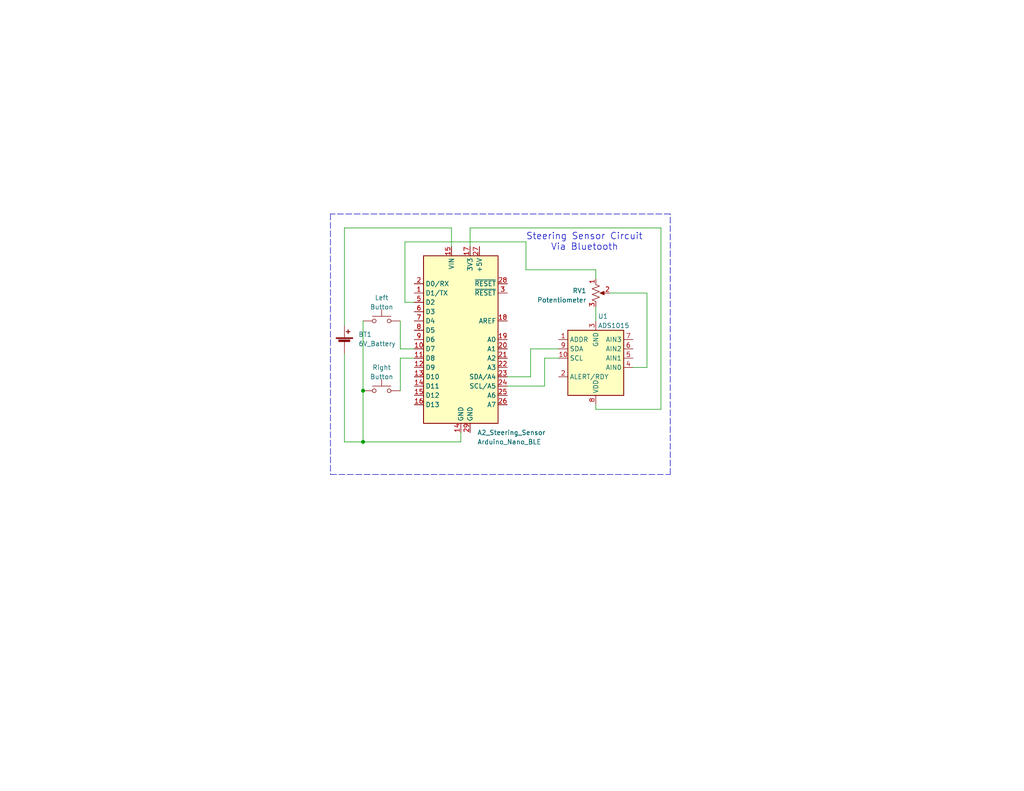
<source format=kicad_sch>
(kicad_sch (version 20230121) (generator eeschema)

  (uuid ad70d9c8-e052-475d-87b0-b315bbcc2009)

  (paper "A")

  (lib_symbols
    (symbol "Analog_ADC:ADS1015IDGS" (in_bom yes) (on_board yes)
      (property "Reference" "U" (at 2.54 13.97 0)
        (effects (font (size 1.27 1.27)))
      )
      (property "Value" "ADS1015IDGS" (at 7.62 11.43 0)
        (effects (font (size 1.27 1.27)))
      )
      (property "Footprint" "Package_SO:TSSOP-10_3x3mm_P0.5mm" (at 0 -12.7 0)
        (effects (font (size 1.27 1.27)) hide)
      )
      (property "Datasheet" "http://www.ti.com/lit/ds/symlink/ads1015.pdf" (at -1.27 -22.86 0)
        (effects (font (size 1.27 1.27)) hide)
      )
      (property "ki_keywords" "12 bit 4 channel I2C ADC" (at 0 0 0)
        (effects (font (size 1.27 1.27)) hide)
      )
      (property "ki_description" "Ultra-Small, Low-Power, I2C-Compatible, 3.3-kSPS, 12-Bit ADCs With Internal Reference, Oscillator, and Programmable Comparator, VSSOP-10" (at 0 0 0)
        (effects (font (size 1.27 1.27)) hide)
      )
      (property "ki_fp_filters" "TSSOP*3x3mm*P0.5mm*" (at 0 0 0)
        (effects (font (size 1.27 1.27)) hide)
      )
      (symbol "ADS1015IDGS_0_1"
        (rectangle (start -7.62 10.16) (end 7.62 -7.62)
          (stroke (width 0.254) (type default))
          (fill (type background))
        )
      )
      (symbol "ADS1015IDGS_1_1"
        (pin input line (at 10.16 -5.08 180) (length 2.54)
          (name "ADDR" (effects (font (size 1.27 1.27))))
          (number "1" (effects (font (size 1.27 1.27))))
        )
        (pin input line (at 10.16 0 180) (length 2.54)
          (name "SCL" (effects (font (size 1.27 1.27))))
          (number "10" (effects (font (size 1.27 1.27))))
        )
        (pin output line (at 10.16 5.08 180) (length 2.54)
          (name "ALERT/RDY" (effects (font (size 1.27 1.27))))
          (number "2" (effects (font (size 1.27 1.27))))
        )
        (pin power_in line (at 0 -10.16 90) (length 2.54)
          (name "GND" (effects (font (size 1.27 1.27))))
          (number "3" (effects (font (size 1.27 1.27))))
        )
        (pin input line (at -10.16 2.54 0) (length 2.54)
          (name "AIN0" (effects (font (size 1.27 1.27))))
          (number "4" (effects (font (size 1.27 1.27))))
        )
        (pin input line (at -10.16 0 0) (length 2.54)
          (name "AIN1" (effects (font (size 1.27 1.27))))
          (number "5" (effects (font (size 1.27 1.27))))
        )
        (pin input line (at -10.16 -2.54 0) (length 2.54)
          (name "AIN2" (effects (font (size 1.27 1.27))))
          (number "6" (effects (font (size 1.27 1.27))))
        )
        (pin input line (at -10.16 -5.08 0) (length 2.54)
          (name "AIN3" (effects (font (size 1.27 1.27))))
          (number "7" (effects (font (size 1.27 1.27))))
        )
        (pin power_in line (at 0 12.7 270) (length 2.54)
          (name "VDD" (effects (font (size 1.27 1.27))))
          (number "8" (effects (font (size 1.27 1.27))))
        )
        (pin bidirectional line (at 10.16 -2.54 180) (length 2.54)
          (name "SDA" (effects (font (size 1.27 1.27))))
          (number "9" (effects (font (size 1.27 1.27))))
        )
      )
    )
    (symbol "Arduino_Nano_v3.x_1" (in_bom yes) (on_board yes)
      (property "Reference" "A2_Steering_Sensor" (at 4.5594 -25.4 0)
        (effects (font (size 1.27 1.27)) (justify left))
      )
      (property "Value" "Arduino_Nano_BLE" (at 4.5594 -27.94 0)
        (effects (font (size 1.27 1.27)) (justify left))
      )
      (property "Footprint" "Module:Arduino_Nano" (at 0 0 0)
        (effects (font (size 1.27 1.27) italic) hide)
      )
      (property "Datasheet" "http://www.mouser.com/pdfdocs/Gravitech_Arduino_Nano3_0.pdf" (at 0 0 0)
        (effects (font (size 1.27 1.27)) hide)
      )
      (property "ki_keywords" "Arduino nano microcontroller module USB" (at 0 0 0)
        (effects (font (size 1.27 1.27)) hide)
      )
      (property "ki_description" "Arduino Nano v3.x" (at 0 0 0)
        (effects (font (size 1.27 1.27)) hide)
      )
      (property "ki_fp_filters" "Arduino*Nano*" (at 0 0 0)
        (effects (font (size 1.27 1.27)) hide)
      )
      (symbol "Arduino_Nano_v3.x_1_0_1"
        (rectangle (start -10.16 22.86) (end 10.16 -22.86)
          (stroke (width 0.254) (type default))
          (fill (type background))
        )
      )
      (symbol "Arduino_Nano_v3.x_1_1_1"
        (pin bidirectional line (at -12.7 12.7 0) (length 2.54)
          (name "D1/TX" (effects (font (size 1.27 1.27))))
          (number "1" (effects (font (size 1.27 1.27))))
        )
        (pin bidirectional line (at -12.7 -2.54 0) (length 2.54)
          (name "D7" (effects (font (size 1.27 1.27))))
          (number "10" (effects (font (size 1.27 1.27))))
        )
        (pin bidirectional line (at -12.7 -5.08 0) (length 2.54)
          (name "D8" (effects (font (size 1.27 1.27))))
          (number "11" (effects (font (size 1.27 1.27))))
        )
        (pin bidirectional line (at -12.7 -7.62 0) (length 2.54)
          (name "D9" (effects (font (size 1.27 1.27))))
          (number "12" (effects (font (size 1.27 1.27))))
        )
        (pin bidirectional line (at -12.7 -10.16 0) (length 2.54)
          (name "D10" (effects (font (size 1.27 1.27))))
          (number "13" (effects (font (size 1.27 1.27))))
        )
        (pin bidirectional line (at -12.7 -12.7 0) (length 2.54)
          (name "D11" (effects (font (size 1.27 1.27))))
          (number "14" (effects (font (size 1.27 1.27))))
        )
        (pin power_in line (at 0 -25.4 90) (length 2.54)
          (name "GND" (effects (font (size 1.27 1.27))))
          (number "14" (effects (font (size 1.27 1.27))))
        )
        (pin bidirectional line (at -12.7 -15.24 0) (length 2.54)
          (name "D12" (effects (font (size 1.27 1.27))))
          (number "15" (effects (font (size 1.27 1.27))))
        )
        (pin power_in line (at -2.54 25.4 270) (length 2.54)
          (name "VIN" (effects (font (size 1.27 1.27))))
          (number "15" (effects (font (size 1.27 1.27))))
        )
        (pin bidirectional line (at -12.7 -17.78 0) (length 2.54)
          (name "D13" (effects (font (size 1.27 1.27))))
          (number "16" (effects (font (size 1.27 1.27))))
        )
        (pin power_out line (at 2.54 25.4 270) (length 2.54)
          (name "3V3" (effects (font (size 1.27 1.27))))
          (number "17" (effects (font (size 1.27 1.27))))
        )
        (pin input line (at 12.7 5.08 180) (length 2.54)
          (name "AREF" (effects (font (size 1.27 1.27))))
          (number "18" (effects (font (size 1.27 1.27))))
        )
        (pin bidirectional line (at 12.7 0 180) (length 2.54)
          (name "A0" (effects (font (size 1.27 1.27))))
          (number "19" (effects (font (size 1.27 1.27))))
        )
        (pin bidirectional line (at -12.7 15.24 0) (length 2.54)
          (name "D0/RX" (effects (font (size 1.27 1.27))))
          (number "2" (effects (font (size 1.27 1.27))))
        )
        (pin bidirectional line (at 12.7 -2.54 180) (length 2.54)
          (name "A1" (effects (font (size 1.27 1.27))))
          (number "20" (effects (font (size 1.27 1.27))))
        )
        (pin bidirectional line (at 12.7 -5.08 180) (length 2.54)
          (name "A2" (effects (font (size 1.27 1.27))))
          (number "21" (effects (font (size 1.27 1.27))))
        )
        (pin bidirectional line (at 12.7 -7.62 180) (length 2.54)
          (name "A3" (effects (font (size 1.27 1.27))))
          (number "22" (effects (font (size 1.27 1.27))))
        )
        (pin bidirectional line (at 12.7 -10.16 180) (length 2.54)
          (name "SDA/A4" (effects (font (size 1.27 1.27))))
          (number "23" (effects (font (size 1.27 1.27))))
        )
        (pin bidirectional line (at 12.7 -12.7 180) (length 2.54)
          (name "SCL/A5" (effects (font (size 1.27 1.27))))
          (number "24" (effects (font (size 1.27 1.27))))
        )
        (pin bidirectional line (at 12.7 -15.24 180) (length 2.54)
          (name "A6" (effects (font (size 1.27 1.27))))
          (number "25" (effects (font (size 1.27 1.27))))
        )
        (pin bidirectional line (at 12.7 -17.78 180) (length 2.54)
          (name "A7" (effects (font (size 1.27 1.27))))
          (number "26" (effects (font (size 1.27 1.27))))
        )
        (pin power_out line (at 5.08 25.4 270) (length 2.54)
          (name "+5V" (effects (font (size 1.27 1.27))))
          (number "27" (effects (font (size 1.27 1.27))))
        )
        (pin input line (at 12.7 15.24 180) (length 2.54)
          (name "~{RESET}" (effects (font (size 1.27 1.27))))
          (number "28" (effects (font (size 1.27 1.27))))
        )
        (pin power_in line (at 2.54 -25.4 90) (length 2.54)
          (name "GND" (effects (font (size 1.27 1.27))))
          (number "29" (effects (font (size 1.27 1.27))))
        )
        (pin input line (at 12.7 12.7 180) (length 2.54)
          (name "~{RESET}" (effects (font (size 1.27 1.27))))
          (number "3" (effects (font (size 1.27 1.27))))
        )
        (pin bidirectional line (at -12.7 10.16 0) (length 2.54)
          (name "D2" (effects (font (size 1.27 1.27))))
          (number "5" (effects (font (size 1.27 1.27))))
        )
        (pin bidirectional line (at -12.7 7.62 0) (length 2.54)
          (name "D3" (effects (font (size 1.27 1.27))))
          (number "6" (effects (font (size 1.27 1.27))))
        )
        (pin bidirectional line (at -12.7 5.08 0) (length 2.54)
          (name "D4" (effects (font (size 1.27 1.27))))
          (number "7" (effects (font (size 1.27 1.27))))
        )
        (pin bidirectional line (at -12.7 2.54 0) (length 2.54)
          (name "D5" (effects (font (size 1.27 1.27))))
          (number "8" (effects (font (size 1.27 1.27))))
        )
        (pin bidirectional line (at -12.7 0 0) (length 2.54)
          (name "D6" (effects (font (size 1.27 1.27))))
          (number "9" (effects (font (size 1.27 1.27))))
        )
      )
    )
    (symbol "Device:Battery_Cell" (pin_numbers hide) (pin_names (offset 0) hide) (in_bom yes) (on_board yes)
      (property "Reference" "BT" (at 2.54 2.54 0)
        (effects (font (size 1.27 1.27)) (justify left))
      )
      (property "Value" "Battery_Cell" (at 2.54 0 0)
        (effects (font (size 1.27 1.27)) (justify left))
      )
      (property "Footprint" "" (at 0 1.524 90)
        (effects (font (size 1.27 1.27)) hide)
      )
      (property "Datasheet" "~" (at 0 1.524 90)
        (effects (font (size 1.27 1.27)) hide)
      )
      (property "ki_keywords" "battery cell" (at 0 0 0)
        (effects (font (size 1.27 1.27)) hide)
      )
      (property "ki_description" "Single-cell battery" (at 0 0 0)
        (effects (font (size 1.27 1.27)) hide)
      )
      (symbol "Battery_Cell_0_1"
        (rectangle (start -2.286 1.778) (end 2.286 1.524)
          (stroke (width 0) (type default))
          (fill (type outline))
        )
        (rectangle (start -1.5748 1.1938) (end 1.4732 0.6858)
          (stroke (width 0) (type default))
          (fill (type outline))
        )
        (polyline
          (pts
            (xy 0 0.762)
            (xy 0 0)
          )
          (stroke (width 0) (type default))
          (fill (type none))
        )
        (polyline
          (pts
            (xy 0 1.778)
            (xy 0 2.54)
          )
          (stroke (width 0) (type default))
          (fill (type none))
        )
        (polyline
          (pts
            (xy 0.508 3.429)
            (xy 1.524 3.429)
          )
          (stroke (width 0.254) (type default))
          (fill (type none))
        )
        (polyline
          (pts
            (xy 1.016 3.937)
            (xy 1.016 2.921)
          )
          (stroke (width 0.254) (type default))
          (fill (type none))
        )
      )
      (symbol "Battery_Cell_1_1"
        (pin passive line (at 0 5.08 270) (length 2.54)
          (name "+" (effects (font (size 1.27 1.27))))
          (number "1" (effects (font (size 1.27 1.27))))
        )
        (pin passive line (at 0 -2.54 90) (length 2.54)
          (name "-" (effects (font (size 1.27 1.27))))
          (number "2" (effects (font (size 1.27 1.27))))
        )
      )
    )
    (symbol "Device:R_Potentiometer_US" (pin_names (offset 1.016) hide) (in_bom yes) (on_board yes)
      (property "Reference" "RV" (at -4.445 0 90)
        (effects (font (size 1.27 1.27)))
      )
      (property "Value" "R_Potentiometer_US" (at -2.54 0 90)
        (effects (font (size 1.27 1.27)))
      )
      (property "Footprint" "" (at 0 0 0)
        (effects (font (size 1.27 1.27)) hide)
      )
      (property "Datasheet" "~" (at 0 0 0)
        (effects (font (size 1.27 1.27)) hide)
      )
      (property "ki_keywords" "resistor variable" (at 0 0 0)
        (effects (font (size 1.27 1.27)) hide)
      )
      (property "ki_description" "Potentiometer, US symbol" (at 0 0 0)
        (effects (font (size 1.27 1.27)) hide)
      )
      (property "ki_fp_filters" "Potentiometer*" (at 0 0 0)
        (effects (font (size 1.27 1.27)) hide)
      )
      (symbol "R_Potentiometer_US_0_1"
        (polyline
          (pts
            (xy 0 -2.286)
            (xy 0 -2.54)
          )
          (stroke (width 0) (type default))
          (fill (type none))
        )
        (polyline
          (pts
            (xy 0 2.54)
            (xy 0 2.286)
          )
          (stroke (width 0) (type default))
          (fill (type none))
        )
        (polyline
          (pts
            (xy 2.54 0)
            (xy 1.524 0)
          )
          (stroke (width 0) (type default))
          (fill (type none))
        )
        (polyline
          (pts
            (xy 1.143 0)
            (xy 2.286 0.508)
            (xy 2.286 -0.508)
            (xy 1.143 0)
          )
          (stroke (width 0) (type default))
          (fill (type outline))
        )
        (polyline
          (pts
            (xy 0 -0.762)
            (xy 1.016 -1.143)
            (xy 0 -1.524)
            (xy -1.016 -1.905)
            (xy 0 -2.286)
          )
          (stroke (width 0) (type default))
          (fill (type none))
        )
        (polyline
          (pts
            (xy 0 0.762)
            (xy 1.016 0.381)
            (xy 0 0)
            (xy -1.016 -0.381)
            (xy 0 -0.762)
          )
          (stroke (width 0) (type default))
          (fill (type none))
        )
        (polyline
          (pts
            (xy 0 2.286)
            (xy 1.016 1.905)
            (xy 0 1.524)
            (xy -1.016 1.143)
            (xy 0 0.762)
          )
          (stroke (width 0) (type default))
          (fill (type none))
        )
      )
      (symbol "R_Potentiometer_US_1_1"
        (pin passive line (at 0 3.81 270) (length 1.27)
          (name "1" (effects (font (size 1.27 1.27))))
          (number "1" (effects (font (size 1.27 1.27))))
        )
        (pin passive line (at 3.81 0 180) (length 1.27)
          (name "2" (effects (font (size 1.27 1.27))))
          (number "2" (effects (font (size 1.27 1.27))))
        )
        (pin passive line (at 0 -3.81 90) (length 1.27)
          (name "3" (effects (font (size 1.27 1.27))))
          (number "3" (effects (font (size 1.27 1.27))))
        )
      )
    )
    (symbol "Switch:SW_Push" (pin_numbers hide) (pin_names (offset 1.016) hide) (in_bom yes) (on_board yes)
      (property "Reference" "SW" (at 1.27 2.54 0)
        (effects (font (size 1.27 1.27)) (justify left))
      )
      (property "Value" "SW_Push" (at 0 -1.524 0)
        (effects (font (size 1.27 1.27)))
      )
      (property "Footprint" "" (at 0 5.08 0)
        (effects (font (size 1.27 1.27)) hide)
      )
      (property "Datasheet" "~" (at 0 5.08 0)
        (effects (font (size 1.27 1.27)) hide)
      )
      (property "ki_keywords" "switch normally-open pushbutton push-button" (at 0 0 0)
        (effects (font (size 1.27 1.27)) hide)
      )
      (property "ki_description" "Push button switch, generic, two pins" (at 0 0 0)
        (effects (font (size 1.27 1.27)) hide)
      )
      (symbol "SW_Push_0_1"
        (circle (center -2.032 0) (radius 0.508)
          (stroke (width 0) (type default))
          (fill (type none))
        )
        (polyline
          (pts
            (xy 0 1.27)
            (xy 0 3.048)
          )
          (stroke (width 0) (type default))
          (fill (type none))
        )
        (polyline
          (pts
            (xy 2.54 1.27)
            (xy -2.54 1.27)
          )
          (stroke (width 0) (type default))
          (fill (type none))
        )
        (circle (center 2.032 0) (radius 0.508)
          (stroke (width 0) (type default))
          (fill (type none))
        )
        (pin passive line (at -5.08 0 0) (length 2.54)
          (name "1" (effects (font (size 1.27 1.27))))
          (number "1" (effects (font (size 1.27 1.27))))
        )
        (pin passive line (at 5.08 0 180) (length 2.54)
          (name "2" (effects (font (size 1.27 1.27))))
          (number "2" (effects (font (size 1.27 1.27))))
        )
      )
    )
  )

  (junction (at 99.06 106.68) (diameter 0) (color 0 0 0 0)
    (uuid 54351acc-7cca-457e-9385-20842588e8e7)
  )
  (junction (at 99.06 120.65) (diameter 0) (color 0 0 0 0)
    (uuid 74e15403-27e8-4656-b045-9417642cc950)
  )

  (wire (pts (xy 162.56 111.76) (xy 180.34 111.76))
    (stroke (width 0) (type default))
    (uuid 10982e84-55fe-4492-a112-0847f9734ad0)
  )
  (wire (pts (xy 128.27 62.23) (xy 128.27 67.31))
    (stroke (width 0) (type default))
    (uuid 15aaa809-fdd1-4645-8e89-8ba4ee5ba355)
  )
  (wire (pts (xy 138.43 102.87) (xy 144.78 102.87))
    (stroke (width 0) (type default))
    (uuid 187ac683-06df-4c21-88eb-2db38762376f)
  )
  (polyline (pts (xy 90.17 129.54) (xy 182.88 129.54))
    (stroke (width 0) (type dash))
    (uuid 1cda218f-2517-4a49-a534-a7398adf52a2)
  )

  (wire (pts (xy 109.22 95.25) (xy 113.03 95.25))
    (stroke (width 0) (type default))
    (uuid 35fc4e27-715b-435e-a33b-38729c0bd6c0)
  )
  (wire (pts (xy 143.51 73.66) (xy 162.56 73.66))
    (stroke (width 0) (type default))
    (uuid 463bee28-2e05-4411-b548-9bc5facab4a0)
  )
  (wire (pts (xy 180.34 111.76) (xy 180.34 62.23))
    (stroke (width 0) (type default))
    (uuid 47c19779-f427-4d11-a650-0e6ed11b7a74)
  )
  (wire (pts (xy 109.22 106.68) (xy 109.22 97.79))
    (stroke (width 0) (type default))
    (uuid 506a1f08-b962-4d1a-b6ec-a863c749acaa)
  )
  (wire (pts (xy 93.98 120.65) (xy 93.98 96.52))
    (stroke (width 0) (type default))
    (uuid 5df4a506-ce26-4195-ba03-d41a269ac571)
  )
  (wire (pts (xy 125.73 120.65) (xy 125.73 118.11))
    (stroke (width 0) (type default))
    (uuid 62f1c155-ab0c-4929-aaf1-b46d803e26d7)
  )
  (wire (pts (xy 99.06 106.68) (xy 99.06 120.65))
    (stroke (width 0) (type default))
    (uuid 633c942e-8e13-4d2d-abef-c52ac8f89482)
  )
  (wire (pts (xy 143.51 66.04) (xy 110.49 66.04))
    (stroke (width 0) (type default))
    (uuid 6b6f8eac-ff66-4043-893b-06a1464c6b1b)
  )
  (wire (pts (xy 93.98 62.23) (xy 93.98 88.9))
    (stroke (width 0) (type default))
    (uuid 6b8ef1ea-237a-4c9e-a6fd-c3630524e3b8)
  )
  (wire (pts (xy 99.06 87.63) (xy 99.06 106.68))
    (stroke (width 0) (type default))
    (uuid 6fa8aef2-b037-4ed8-8b01-8d5bcdfad2ed)
  )
  (wire (pts (xy 109.22 97.79) (xy 113.03 97.79))
    (stroke (width 0) (type default))
    (uuid 750c50ba-f87d-495d-a60e-30d8ee7a793e)
  )
  (wire (pts (xy 148.59 105.41) (xy 148.59 97.79))
    (stroke (width 0) (type default))
    (uuid 78a4342e-607c-4bdd-bb12-d2b3eda9acb7)
  )
  (wire (pts (xy 166.37 80.01) (xy 176.53 80.01))
    (stroke (width 0) (type default))
    (uuid 8851a703-6341-4642-9492-247ca8fa456a)
  )
  (wire (pts (xy 172.72 100.33) (xy 176.53 100.33))
    (stroke (width 0) (type default))
    (uuid 8caab877-aa89-4e58-bbde-9de82bfde99f)
  )
  (wire (pts (xy 99.06 120.65) (xy 125.73 120.65))
    (stroke (width 0) (type default))
    (uuid 95af39d9-98a4-4862-970f-01387ef9a975)
  )
  (wire (pts (xy 138.43 105.41) (xy 148.59 105.41))
    (stroke (width 0) (type default))
    (uuid 9ae65fd5-4ddd-4c89-b6f9-5f18414e0fa1)
  )
  (polyline (pts (xy 90.17 58.42) (xy 90.17 129.54))
    (stroke (width 0) (type dash))
    (uuid 9df5165e-8f14-44a7-a0f9-8ded27ece44d)
  )

  (wire (pts (xy 162.56 111.76) (xy 162.56 110.49))
    (stroke (width 0) (type default))
    (uuid aedf8a13-be87-4ea7-b67b-60a626dc9cd4)
  )
  (wire (pts (xy 144.78 95.25) (xy 152.4 95.25))
    (stroke (width 0) (type default))
    (uuid b14c0f5b-fb98-4b93-aa05-51dff6d81528)
  )
  (polyline (pts (xy 182.88 129.54) (xy 182.88 58.42))
    (stroke (width 0) (type dash))
    (uuid b1c099ca-5fe9-47d1-8efb-7e7a3c4f72ea)
  )
  (polyline (pts (xy 182.88 58.42) (xy 90.17 58.42))
    (stroke (width 0) (type dash))
    (uuid b535b614-cb50-489b-85e6-c33a41570243)
  )

  (wire (pts (xy 123.19 67.31) (xy 123.19 62.23))
    (stroke (width 0) (type default))
    (uuid b853aa56-0d7b-41db-b527-a2b54d8734dd)
  )
  (wire (pts (xy 144.78 102.87) (xy 144.78 95.25))
    (stroke (width 0) (type default))
    (uuid ba30c630-4b75-4c65-b41d-2f368b44f749)
  )
  (wire (pts (xy 93.98 62.23) (xy 123.19 62.23))
    (stroke (width 0) (type default))
    (uuid c1d67282-c49d-4cea-b272-4e72b6eb107c)
  )
  (wire (pts (xy 180.34 62.23) (xy 128.27 62.23))
    (stroke (width 0) (type default))
    (uuid c6c7d911-2824-47e5-95c6-b0f84f751ff2)
  )
  (wire (pts (xy 93.98 120.65) (xy 99.06 120.65))
    (stroke (width 0) (type default))
    (uuid cb3effa7-4bb9-441c-a0fc-f1e2bd3b51a6)
  )
  (wire (pts (xy 143.51 73.66) (xy 143.51 66.04))
    (stroke (width 0) (type default))
    (uuid ceb9b643-8e4e-4e55-8a4c-1a8150505bc8)
  )
  (wire (pts (xy 109.22 87.63) (xy 109.22 95.25))
    (stroke (width 0) (type default))
    (uuid dedd151d-e4ec-4062-8bcc-d769df7a13cb)
  )
  (wire (pts (xy 110.49 66.04) (xy 110.49 82.55))
    (stroke (width 0) (type default))
    (uuid e6681c0b-3efe-49c5-89db-f0867a686597)
  )
  (wire (pts (xy 162.56 73.66) (xy 162.56 76.2))
    (stroke (width 0) (type default))
    (uuid f3339408-4c8c-4ad0-ad79-5a7ca705f652)
  )
  (wire (pts (xy 110.49 82.55) (xy 113.03 82.55))
    (stroke (width 0) (type default))
    (uuid f9951157-0613-41d9-b626-d51935836f7a)
  )
  (wire (pts (xy 162.56 83.82) (xy 162.56 87.63))
    (stroke (width 0) (type default))
    (uuid fa620808-1bed-47d0-b46a-51cb972b87e5)
  )
  (wire (pts (xy 176.53 80.01) (xy 176.53 100.33))
    (stroke (width 0) (type default))
    (uuid fd5d9e5d-ca31-4a54-a719-6061b0854102)
  )
  (wire (pts (xy 148.59 97.79) (xy 152.4 97.79))
    (stroke (width 0) (type default))
    (uuid fe9f0e4a-650f-444c-ae5f-c784134b9df7)
  )

  (text "Steering Sensor Circuit\n	Via Bluetooth	\n" (at 143.51 68.58 0)
    (effects (font (size 1.8 1.8)) (justify left bottom))
    (uuid 8113ac6d-acb4-4a1e-9bac-1f02e2bdda59)
  )

  (symbol (lib_id "Switch:SW_Push") (at 104.14 87.63 0) (unit 1)
    (in_bom yes) (on_board yes) (dnp no) (fields_autoplaced)
    (uuid 4c5db7cb-5a9d-41ec-b7d8-ba4ba0800f5b)
    (property "Reference" "Left" (at 104.14 81.28 0)
      (effects (font (size 1.27 1.27)))
    )
    (property "Value" "Button" (at 104.14 83.82 0)
      (effects (font (size 1.27 1.27)))
    )
    (property "Footprint" "" (at 104.14 82.55 0)
      (effects (font (size 1.27 1.27)) hide)
    )
    (property "Datasheet" "~" (at 104.14 82.55 0)
      (effects (font (size 1.27 1.27)) hide)
    )
    (pin "1" (uuid 1afa75d6-aae0-4725-b95b-ffcc11790234))
    (pin "2" (uuid 1dcb630d-0421-4903-a83e-17999347a96d))
    (instances
      (project "Team_4_-_Final_DWG_Steering"
        (path "/ad70d9c8-e052-475d-87b0-b315bbcc2009"
          (reference "Left") (unit 1)
        )
      )
    )
  )

  (symbol (lib_name "Arduino_Nano_v3.x_1") (lib_id "MCU_Module:Arduino_Nano_v3.x") (at 125.73 92.71 0) (unit 1)
    (in_bom yes) (on_board yes) (dnp no) (fields_autoplaced)
    (uuid 5fc2c32e-9027-48cf-8b3c-2e61653a42d9)
    (property "Reference" "A2_Steering_Sensor" (at 130.2259 118.11 0)
      (effects (font (size 1.27 1.27)) (justify left))
    )
    (property "Value" "Arduino_Nano_BLE" (at 130.2259 120.65 0)
      (effects (font (size 1.27 1.27)) (justify left))
    )
    (property "Footprint" "Module:Arduino_Nano" (at 125.73 92.71 0)
      (effects (font (size 1.27 1.27) italic) hide)
    )
    (property "Datasheet" "http://www.mouser.com/pdfdocs/Gravitech_Arduino_Nano3_0.pdf" (at 125.73 92.71 0)
      (effects (font (size 1.27 1.27)) hide)
    )
    (pin "1" (uuid 1b34452e-843f-4914-9194-4efdaabf551a))
    (pin "10" (uuid ad5c902d-867e-4930-81d6-8048a5028418))
    (pin "11" (uuid 01fb81a0-50e5-4da8-9837-6b498ffb863c))
    (pin "12" (uuid 0646d847-bb00-4c2b-b564-92f2b0a4c19a))
    (pin "13" (uuid 7d7a92c2-8e3f-488f-a4d3-2e1143e5d139))
    (pin "14" (uuid f1f876b7-a883-49f1-b032-9bb0bd6c8eed))
    (pin "14" (uuid f1f876b7-a883-49f1-b032-9bb0bd6c8eed))
    (pin "15" (uuid a8bcaec8-12fd-4cc8-b9e6-bac295661475))
    (pin "15" (uuid a8bcaec8-12fd-4cc8-b9e6-bac295661475))
    (pin "16" (uuid 318cceb1-ed5e-4b8b-91a1-5123fbcf69ec))
    (pin "17" (uuid 6404f797-b8f1-47cb-ae50-444b7abfea88))
    (pin "18" (uuid 4cf5df38-06d6-49d8-9cec-64dda205dc0d))
    (pin "19" (uuid 8ef3ddb8-365a-40d2-8245-edbe4834d631))
    (pin "2" (uuid c957270b-7a2d-4c54-8e4d-c841c9f9654b))
    (pin "20" (uuid 7810e35e-076e-41cf-9652-ef851b23c3df))
    (pin "21" (uuid 967d040a-d27d-441d-ad44-30c7508b1660))
    (pin "22" (uuid acec6a67-4586-4d06-9721-3f51d04425ca))
    (pin "23" (uuid 4f33d7a6-f31e-4bff-a3f7-d1a061acf70f))
    (pin "24" (uuid dbd99724-e1ae-484b-9f91-e3710e7fb3e3))
    (pin "25" (uuid 5596069d-f507-4a64-8961-a915ca4540fd))
    (pin "26" (uuid a3df42d7-c2fb-410e-8ac0-74e68d18693b))
    (pin "27" (uuid dd6f5648-ba8f-4136-8b1c-7bb973e6cf44))
    (pin "28" (uuid 00a13d85-29f9-40d0-9e1b-37218273c4d9))
    (pin "29" (uuid c2bc773c-54b8-4287-9913-a52622616b9a))
    (pin "3" (uuid 7cd1002a-1587-4881-af52-fa1c1016a4f8))
    (pin "5" (uuid e0dc56c0-9d13-4c6b-b7e5-5560df11cee0))
    (pin "6" (uuid 176cd527-fad7-4074-8ff5-c86b9efe7230))
    (pin "7" (uuid a682ba02-89a4-4816-98e2-0fe0b3c287b7))
    (pin "8" (uuid 05b7daef-d70e-42a6-b658-e9b00f91ef5f))
    (pin "9" (uuid 4b085172-9fc6-4e58-bd58-687a10084a3e))
    (instances
      (project "Team_4_-_Final_DWG_Steering"
        (path "/ad70d9c8-e052-475d-87b0-b315bbcc2009"
          (reference "A2_Steering_Sensor") (unit 1)
        )
      )
    )
  )

  (symbol (lib_id "Switch:SW_Push") (at 104.14 106.68 0) (unit 1)
    (in_bom yes) (on_board yes) (dnp no) (fields_autoplaced)
    (uuid 97b1cce6-4ac6-4013-a218-0664d86d0a3e)
    (property "Reference" "Right" (at 104.14 100.33 0)
      (effects (font (size 1.27 1.27)))
    )
    (property "Value" "Button" (at 104.14 102.87 0)
      (effects (font (size 1.27 1.27)))
    )
    (property "Footprint" "" (at 104.14 101.6 0)
      (effects (font (size 1.27 1.27)) hide)
    )
    (property "Datasheet" "~" (at 104.14 101.6 0)
      (effects (font (size 1.27 1.27)) hide)
    )
    (pin "1" (uuid 76aef064-8807-421f-8ab7-4dd29ba771c7))
    (pin "2" (uuid c911cdcb-31a3-4b39-8a5b-13d83c48f3dc))
    (instances
      (project "Team_4_-_Final_DWG_Steering"
        (path "/ad70d9c8-e052-475d-87b0-b315bbcc2009"
          (reference "Right") (unit 1)
        )
      )
    )
  )

  (symbol (lib_id "Device:Battery_Cell") (at 93.98 93.98 0) (unit 1)
    (in_bom yes) (on_board yes) (dnp no) (fields_autoplaced)
    (uuid a3f7c23d-5061-4a73-9948-49ffc0f267d8)
    (property "Reference" "BT1" (at 97.79 91.313 0)
      (effects (font (size 1.27 1.27)) (justify left))
    )
    (property "Value" "6V_Battery" (at 97.79 93.853 0)
      (effects (font (size 1.27 1.27)) (justify left))
    )
    (property "Footprint" "" (at 93.98 92.456 90)
      (effects (font (size 1.27 1.27)) hide)
    )
    (property "Datasheet" "~" (at 93.98 92.456 90)
      (effects (font (size 1.27 1.27)) hide)
    )
    (pin "1" (uuid a1e388e3-dde7-49c0-8e7a-e9a9eddf52fb))
    (pin "2" (uuid 4b33ba2b-6cb4-40e9-9309-7e05f49fca58))
    (instances
      (project "Team_4_-_Final_DWG_Steering"
        (path "/ad70d9c8-e052-475d-87b0-b315bbcc2009"
          (reference "BT1") (unit 1)
        )
      )
    )
  )

  (symbol (lib_id "Device:R_Potentiometer_US") (at 162.56 80.01 0) (unit 1)
    (in_bom yes) (on_board yes) (dnp no) (fields_autoplaced)
    (uuid af551d79-8032-4c5d-8880-a89414551caa)
    (property "Reference" "RV1" (at 160.02 79.375 0)
      (effects (font (size 1.27 1.27)) (justify right))
    )
    (property "Value" "Potentiometer" (at 160.02 81.915 0)
      (effects (font (size 1.27 1.27)) (justify right))
    )
    (property "Footprint" "" (at 162.56 80.01 0)
      (effects (font (size 1.27 1.27)) hide)
    )
    (property "Datasheet" "~" (at 162.56 80.01 0)
      (effects (font (size 1.27 1.27)) hide)
    )
    (pin "1" (uuid 1413512b-4c84-4037-a7e6-102ffe86afed))
    (pin "2" (uuid 5c8d6099-45db-4ed3-a95c-74b305807f3d))
    (pin "3" (uuid 5409b46f-354c-42ff-a8bd-9b7b626a4f21))
    (instances
      (project "Team_4_-_Final_DWG_Steering"
        (path "/ad70d9c8-e052-475d-87b0-b315bbcc2009"
          (reference "RV1") (unit 1)
        )
      )
    )
  )

  (symbol (lib_id "Analog_ADC:ADS1015IDGS") (at 162.56 97.79 180) (unit 1)
    (in_bom yes) (on_board yes) (dnp no) (fields_autoplaced)
    (uuid d1fa9a65-8185-48b2-96b2-6ed3457811d2)
    (property "Reference" "U1" (at 163.1441 86.36 0)
      (effects (font (size 1.27 1.27)) (justify right))
    )
    (property "Value" "ADS1015" (at 163.1441 88.9 0)
      (effects (font (size 1.27 1.27)) (justify right))
    )
    (property "Footprint" "Package_SO:TSSOP-10_3x3mm_P0.5mm" (at 162.56 85.09 0)
      (effects (font (size 1.27 1.27)) hide)
    )
    (property "Datasheet" "http://www.ti.com/lit/ds/symlink/ads1015.pdf" (at 163.83 74.93 0)
      (effects (font (size 1.27 1.27)) hide)
    )
    (pin "1" (uuid 2a380dff-ad31-4a12-9da3-c968a08903bf))
    (pin "10" (uuid 36d1ad39-2031-4eaf-90ab-0d822c87e6c0))
    (pin "2" (uuid cd563407-ded4-4570-a221-3e3b493e372f))
    (pin "3" (uuid c932cebd-5b30-41ec-b903-d9711428ac3c))
    (pin "4" (uuid 1a28dc30-3af8-4d1f-97e3-7169045b987f))
    (pin "5" (uuid e689f764-0cc0-4003-9116-e5516e09f992))
    (pin "6" (uuid 7b14e327-db6f-4f24-8db8-98385a57cdf2))
    (pin "7" (uuid 128d3be4-068a-49cf-ba22-eab23197e7a3))
    (pin "8" (uuid 32cd14d3-5f8f-4e97-a8a9-ca1573e70d6b))
    (pin "9" (uuid a99f01b5-bad3-44bc-8589-fb72faeb12b7))
    (instances
      (project "Team_4_-_Final_DWG_Steering"
        (path "/ad70d9c8-e052-475d-87b0-b315bbcc2009"
          (reference "U1") (unit 1)
        )
      )
    )
  )

  (sheet_instances
    (path "/" (page "1"))
  )
)

</source>
